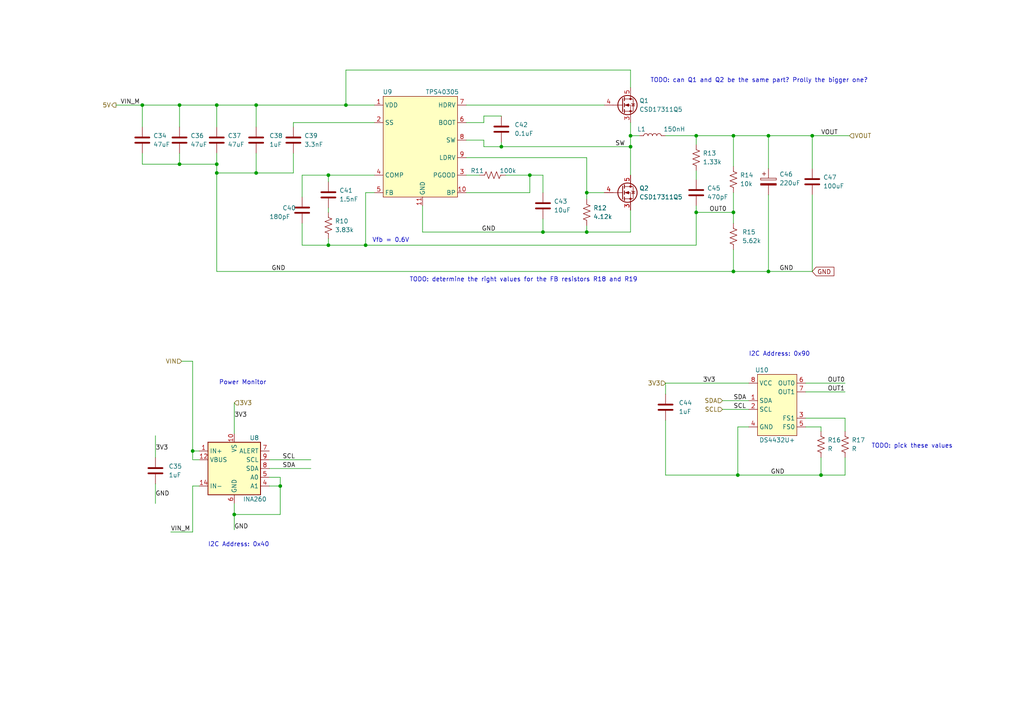
<source format=kicad_sch>
(kicad_sch (version 20211123) (generator eeschema)
  (paper "A4")
  (lib_symbols
    (symbol "Device:C" (pin_numbers hide) (pin_names (offset 0.254))
      (property "Reference" "C" (at 0.635 2.54 0))
      (property "Value" "C" (at 0.635 -2.54 0))
      (symbol "C_0_1"
        (polyline (pts (xy -2.032 -0.762) (xy 2.032 -0.762)) (stroke (width 0.508)))
        (polyline (pts (xy -2.032 0.762) (xy 2.032 0.762)) (stroke (width 0.508)))
      )
      (symbol "C_1_1"
        (pin passive line (at 0 3.81 270) (length 2.794) (name "~") (number "1"))
        (pin passive line (at 0 -3.81 90) (length 2.794) (name "~") (number "2"))
      )
    )
    (symbol "Device:C_Polarized" (pin_numbers hide) (pin_names (offset 0.254))
      (property "Reference" "C" (at 0.635 2.54 0))
      (property "Value" "C_Polarized" (at 0.635 -2.54 0))
      (symbol "C_Polarized_0_1"
        (rectangle (start -2.286 0.508) (end 2.286 1.016))
        (polyline (pts (xy -1.778 2.286) (xy -0.762 2.286)))
        (polyline (pts (xy -1.27 2.794) (xy -1.27 1.778)))
        (rectangle (start 2.286 -0.508) (end -2.286 -1.016) (fill (type outline)))
      )
      (symbol "C_Polarized_1_1"
        (pin passive line (at 0 3.81 270) (length 2.794) (name "~") (number "1"))
        (pin passive line (at 0 -3.81 90) (length 2.794) (name "~") (number "2"))
      )
    )
    (symbol "Device:L" (pin_numbers hide) (pin_names (offset 1.016) hide)
      (property "Reference" "L" (at -1.27 0 90))
      (property "Value" "L" (at 1.905 0 90))
      (symbol "L_0_1"
        (arc (start 0 -2.54) (mid 0.635 -1.905) (end 0 -1.27))
        (arc (start 0 -1.27) (mid 0.635 -0.635) (end 0 0))
        (arc (start 0 0) (mid 0.635 0.635) (end 0 1.27))
        (arc (start 0 1.27) (mid 0.635 1.905) (end 0 2.54))
      )
      (symbol "L_1_1"
        (pin passive line (at 0 3.81 270) (length 1.27) (name "1") (number "1"))
        (pin passive line (at 0 -3.81 90) (length 1.27) (name "2") (number "2"))
      )
    )
    (symbol "Device:R_US" (pin_numbers hide) (pin_names (offset 0))
      (property "Reference" "R" (at 2.54 0 90))
      (property "Value" "R_US" (at -2.54 0 90))
      (symbol "R_US_0_1"
        (polyline (pts (xy 0 -2.286) (xy 0 -2.54)))
        (polyline (pts (xy 0 2.286) (xy 0 2.54)))
        (polyline (pts (xy 0 -0.762) (xy 1.016 -1.143) (xy 0 -1.524) (xy -1.016 -1.905) (xy 0 -2.286)))
        (polyline (pts (xy 0 0.762) (xy 1.016 0.381) (xy 0 0) (xy -1.016 -0.381) (xy 0 -0.762)))
        (polyline (pts (xy 0 2.286) (xy 1.016 1.905) (xy 0 1.524) (xy -1.016 1.143) (xy 0 0.762)))
      )
      (symbol "R_US_1_1"
        (pin passive line (at 0 3.81 270) (length 1.27) (name "~") (number "1"))
        (pin passive line (at 0 -3.81 90) (length 1.27) (name "~") (number "2"))
      )
    )
    (symbol "Q_NMOS_CSD17311Q5_1" (pin_names (offset 0) hide)
      (property "Reference" "Q" (at 5.08 1.27 0))
      (property "Value" "Q_NMOS_CSD17311Q5_1" (at 5.08 -1.27 0))
      (symbol "Q_NMOS_CSD17311Q5_1_0_1"
        (polyline (pts (xy 0.254 0) (xy -2.54 0)))
        (polyline (pts (xy 0.254 1.905) (xy 0.254 -1.905)) (stroke (width 0.254)))
        (polyline (pts (xy 0.762 -1.27) (xy 0.762 -2.286)) (stroke (width 0.254)))
        (polyline (pts (xy 0.762 0.508) (xy 0.762 -0.508)) (stroke (width 0.254)))
        (polyline (pts (xy 0.762 2.286) (xy 0.762 1.27)) (stroke (width 0.254)))
        (polyline (pts (xy 2.54 2.54) (xy 2.54 1.778)))
        (polyline (pts (xy 2.54 -2.54) (xy 2.54 0) (xy 0.762 0)))
        (polyline (pts (xy 0.762 -1.778) (xy 3.302 -1.778) (xy 3.302 1.778) (xy 0.762 1.778)))
        (polyline (pts (xy 1.016 0) (xy 2.032 0.381) (xy 2.032 -0.381) (xy 1.016 0)) (fill (type outline)))
        (polyline (pts (xy 2.794 0.508) (xy 2.921 0.381) (xy 3.683 0.381) (xy 3.81 0.254)))
        (polyline (pts (xy 3.302 0.381) (xy 2.921 -0.254) (xy 3.683 -0.254) (xy 3.302 0.381)))
        (circle (center 1.651 0) (radius 2.794) (stroke (width 0.254)))
        (circle (center 2.54 -1.778) (radius 0.254) (fill (type outline)))
        (circle (center 2.54 1.778) (radius 0.254) (fill (type outline)))
      )
      (symbol "Q_NMOS_CSD17311Q5_1_1_1"
        (pin passive line (at 2.54 -5.08 90) (length 2.54) hide (name "") (number "1"))
        (pin passive line (at 2.54 -5.08 90) (length 2.54) hide (name "") (number "2"))
        (pin passive line (at 2.54 -5.08 90) (length 2.54) (name "S") (number "3"))
        (pin input line (at -5.08 0 0) (length 2.54) (name "G") (number "4"))
        (pin passive line (at 2.54 5.08 270) (length 2.54) (name "D") (number "5"))
      )
    )
    (symbol "Sensor:INA260"
      (property "Reference" "U" (at -6.35 8.89 0))
      (property "Value" "INA260" (at 2.54 8.89 0))
      (symbol "INA260_0_1"
        (rectangle (start -7.62 7.62) (end 7.62 -7.62) (stroke (width 0.254)) (fill (type background)))
      )
      (symbol "INA260_1_1"
        (pin passive line (at -10.16 5.08 0) (length 2.54) (name "IN+") (number "1"))
        (pin power_in line (at 0 10.16 270) (length 2.54) (name "VS") (number "10"))
        (pin passive line (at 0 -10.16 90) (length 2.54) hide (name "GND") (number "11"))
        (pin passive line (at -10.16 2.54 0) (length 2.54) (name "VBUS") (number "12"))
        (pin no_connect line (at 2.54 -7.62 90) (length 2.54) hide (name "NC") (number "13"))
        (pin passive line (at -10.16 -5.08 0) (length 2.54) (name "IN-") (number "14"))
        (pin passive line (at -10.16 -5.08 0) (length 2.54) hide (name "IN-") (number "15"))
        (pin passive line (at -10.16 -5.08 0) (length 2.54) hide (name "IN-") (number "16"))
        (pin passive line (at -10.16 5.08 0) (length 2.54) hide (name "IN+") (number "2"))
        (pin passive line (at -10.16 5.08 0) (length 2.54) hide (name "IN+") (number "3"))
        (pin input line (at 10.16 -5.08 180) (length 2.54) (name "A1") (number "4"))
        (pin input line (at 10.16 -2.54 180) (length 2.54) (name "A0") (number "5"))
        (pin power_in line (at 0 -10.16 90) (length 2.54) (name "GND") (number "6"))
        (pin open_collector line (at 10.16 5.08 180) (length 2.54) (name "ALERT") (number "7"))
        (pin bidirectional line (at 10.16 0 180) (length 2.54) (name "SDA") (number "8"))
        (pin input line (at 10.16 2.54 180) (length 2.54) (name "SCL") (number "9"))
      )
    )
    (symbol "TPS40305:DS4432U+"
      (property "Reference" "U" (at 3.81 10.16 0))
      (property "Value" "DS4432U+" (at -1.27 -10.16 0))
      (symbol "DS4432U+_0_1"
        (rectangle (start -6.35 8.89) (end 5.08 -8.89) (stroke (width 0.1524)) (fill (type background)))
      )
      (symbol "DS4432U+_1_1"
        (pin input line (at -8.89 1.27 0) (length 2.54) (name "SDA") (number "1"))
        (pin input line (at -8.89 -1.27 0) (length 2.54) (name "SCL") (number "2"))
        (pin input line (at 7.62 -3.81 180) (length 2.54) (name "FS1") (number "3"))
        (pin power_in line (at -8.89 -6.35 0) (length 2.54) (name "GND") (number "4"))
        (pin input line (at 7.62 -6.35 180) (length 2.54) (name "FS0") (number "5"))
        (pin output line (at 7.62 6.35 180) (length 2.54) (name "OUT0") (number "6"))
        (pin output line (at 7.62 3.81 180) (length 2.54) (name "OUT1") (number "7"))
        (pin power_in line (at -8.89 6.35 0) (length 2.54) (name "VCC") (number "8"))
      )
    )
    (symbol "TPS40305:TPS40305"
      (property "Reference" "U" (at 10.16 16.51 0))
      (property "Value" "TPS40305" (at -7.62 16.51 0))
      (symbol "TPS40305_0_1"
        (rectangle (start -11.43 15.24) (end 10.16 -13.97) (stroke (width 0.1524)) (fill (type background)))
      )
      (symbol "TPS40305_1_1"
        (pin input line (at -13.97 12.7 0) (length 2.54) (name "VDD") (number "1"))
        (pin input line (at 12.7 -12.7 180) (length 2.54) (name "BP") (number "10"))
        (pin input line (at 0 -16.51 90) (length 2.54) (name "GND") (number "11"))
        (pin input line (at -13.97 7.62 0) (length 2.54) (name "SS") (number "2"))
        (pin input line (at 12.7 -7.62 180) (length 2.54) (name "PGOOD") (number "3"))
        (pin input line (at -13.97 -7.62 0) (length 2.54) (name "COMP") (number "4"))
        (pin input line (at -13.97 -12.7 0) (length 2.54) (name "FB") (number "5"))
        (pin input line (at 12.7 7.62 180) (length 2.54) (name "BOOT") (number "6"))
        (pin input line (at 12.7 12.7 180) (length 2.54) (name "HDRV") (number "7"))
        (pin input line (at 12.7 2.54 180) (length 2.54) (name "SW") (number "8"))
        (pin input line (at 12.7 -2.54 180) (length 2.54) (name "LDRV") (number "9"))
      )
    )
  )
  (junction (at 62.865 50.165))
  (junction (at 201.93 61.595))
  (junction (at 62.865 47.625))
  (junction (at 238.125 137.795))
  (junction (at 153.67 50.8))
  (junction (at 213.995 137.795))
  (junction (at 41.275 30.48))
  (junction (at 145.415 42.545))
  (junction (at 182.88 42.545))
  (junction (at 212.725 78.74))
  (junction (at 95.25 50.8))
  (junction (at 182.88 39.37))
  (junction (at 170.18 55.88))
  (junction (at 222.885 78.74))
  (junction (at 212.725 39.37))
  (junction (at 52.07 47.625))
  (junction (at 74.295 30.48))
  (junction (at 100.33 30.48))
  (junction (at 106.045 71.12))
  (junction (at 67.945 149.225))
  (junction (at 52.07 30.48))
  (junction (at 222.885 39.37))
  (junction (at 212.725 61.595))
  (junction (at 81.28 140.97))
  (junction (at 157.48 67.31))
  (junction (at 62.865 30.48))
  (junction (at 74.295 50.165))
  (junction (at 235.585 39.37))
  (junction (at 55.88 130.81))
  (junction (at 201.93 39.37))
  (junction (at 95.25 71.12))
  (junction (at 170.18 67.31))
  (wire (pts (xy 245.11 137.795) (xy 238.125 137.795)))
  (wire (pts (xy 235.585 39.37) (xy 222.885 39.37)))
  (wire (pts (xy 193.04 111.125) (xy 217.17 111.125)))
  (wire (pts (xy 157.48 63.5) (xy 157.48 67.31)))
  (wire (pts (xy 41.275 30.48) (xy 52.07 30.48)))
  (wire (pts (xy 108.585 50.8) (xy 95.25 50.8)))
  (wire (pts (xy 182.88 35.56) (xy 182.88 39.37)))
  (wire (pts (xy 235.585 48.895) (xy 235.585 39.37)))
  (wire (pts (xy 170.18 55.88) (xy 175.26 55.88)))
  (wire (pts (xy 67.945 116.84) (xy 67.945 125.73)))
  (wire (pts (xy 95.25 60.325) (xy 95.25 61.595)))
  (wire (pts (xy 74.295 44.45) (xy 74.295 50.165)))
  (wire (pts (xy 212.725 55.88) (xy 212.725 61.595)))
  (wire (pts (xy 170.18 45.72) (xy 170.18 55.88)))
  (wire (pts (xy 55.88 130.81) (xy 55.88 104.775)))
  (wire (pts (xy 52.07 44.45) (xy 52.07 47.625)))
  (wire (pts (xy 170.18 67.31) (xy 170.18 65.405)))
  (wire (pts (xy 233.68 113.665) (xy 245.11 113.665)))
  (wire (pts (xy 85.09 44.45) (xy 85.09 50.165)))
  (wire (pts (xy 245.11 132.715) (xy 245.11 137.795)))
  (wire (pts (xy 182.88 20.32) (xy 100.33 20.32)))
  (wire (pts (xy 193.04 114.3) (xy 193.04 111.125)))
  (wire (pts (xy 201.93 39.37) (xy 201.93 41.91)))
  (wire (pts (xy 57.785 133.35) (xy 55.88 133.35)))
  (wire (pts (xy 52.07 47.625) (xy 62.865 47.625)))
  (wire (pts (xy 235.585 39.37) (xy 246.38 39.37)))
  (wire (pts (xy 55.88 140.97) (xy 55.88 154.305)))
  (wire (pts (xy 87.63 71.12) (xy 87.63 64.77)))
  (wire (pts (xy 87.63 50.8) (xy 87.63 57.15)))
  (wire (pts (xy 49.53 154.305) (xy 55.88 154.305)))
  (wire (pts (xy 209.55 116.205) (xy 217.17 116.205)))
  (wire (pts (xy 62.865 50.165) (xy 74.295 50.165)))
  (wire (pts (xy 78.105 138.43) (xy 81.28 138.43)))
  (wire (pts (xy 122.555 67.31) (xy 157.48 67.31)))
  (wire (pts (xy 81.28 149.225) (xy 67.945 149.225)))
  (wire (pts (xy 213.995 123.825) (xy 217.17 123.825)))
  (wire (pts (xy 62.865 78.74) (xy 212.725 78.74)))
  (wire (pts (xy 201.93 49.53) (xy 201.93 52.07)))
  (wire (pts (xy 57.785 130.81) (xy 55.88 130.81)))
  (wire (pts (xy 74.295 30.48) (xy 74.295 36.83)))
  (wire (pts (xy 95.25 69.215) (xy 95.25 71.12)))
  (wire (pts (xy 233.68 121.285) (xy 245.11 121.285)))
  (wire (pts (xy 212.725 72.39) (xy 212.725 78.74)))
  (wire (pts (xy 157.48 67.31) (xy 170.18 67.31)))
  (wire (pts (xy 238.125 132.715) (xy 238.125 137.795)))
  (wire (pts (xy 153.67 55.88) (xy 153.67 50.8)))
  (wire (pts (xy 222.885 39.37) (xy 222.885 48.895)))
  (wire (pts (xy 212.725 61.595) (xy 212.725 64.77)))
  (wire (pts (xy 140.335 40.64) (xy 140.335 42.545)))
  (wire (pts (xy 182.88 60.96) (xy 182.88 67.31)))
  (wire (pts (xy 81.28 138.43) (xy 81.28 140.97)))
  (wire (pts (xy 135.255 45.72) (xy 170.18 45.72)))
  (wire (pts (xy 135.255 40.64) (xy 140.335 40.64)))
  (wire (pts (xy 41.275 47.625) (xy 52.07 47.625)))
  (wire (pts (xy 233.68 111.125) (xy 245.11 111.125)))
  (wire (pts (xy 135.255 55.88) (xy 153.67 55.88)))
  (wire (pts (xy 41.275 36.83) (xy 41.275 30.48)))
  (wire (pts (xy 222.885 56.515) (xy 222.885 78.74)))
  (wire (pts (xy 62.865 30.48) (xy 62.865 36.83)))
  (wire (pts (xy 146.685 50.8) (xy 153.67 50.8)))
  (wire (pts (xy 52.07 30.48) (xy 62.865 30.48)))
  (wire (pts (xy 213.995 137.795) (xy 213.995 123.825)))
  (wire (pts (xy 45.085 140.335) (xy 45.085 146.05)))
  (wire (pts (xy 140.335 42.545) (xy 145.415 42.545)))
  (wire (pts (xy 222.885 39.37) (xy 212.725 39.37)))
  (wire (pts (xy 100.33 20.32) (xy 100.33 30.48)))
  (wire (pts (xy 182.88 67.31) (xy 170.18 67.31)))
  (wire (pts (xy 67.945 149.225) (xy 67.945 153.67)))
  (wire (pts (xy 233.68 123.825) (xy 238.125 123.825)))
  (wire (pts (xy 170.18 55.88) (xy 170.18 57.785)))
  (wire (pts (xy 182.88 42.545) (xy 182.88 50.8)))
  (wire (pts (xy 95.25 71.12) (xy 87.63 71.12)))
  (wire (pts (xy 62.865 30.48) (xy 74.295 30.48)))
  (wire (pts (xy 222.885 78.74) (xy 235.585 78.74)))
  (wire (pts (xy 193.04 137.795) (xy 213.995 137.795)))
  (wire (pts (xy 78.105 140.97) (xy 81.28 140.97)))
  (wire (pts (xy 67.945 146.05) (xy 67.945 149.225)))
  (wire (pts (xy 135.255 50.8) (xy 139.065 50.8)))
  (wire (pts (xy 106.045 71.12) (xy 95.25 71.12)))
  (wire (pts (xy 157.48 50.8) (xy 157.48 55.88)))
  (wire (pts (xy 52.07 30.48) (xy 52.07 36.83)))
  (wire (pts (xy 62.865 47.625) (xy 62.865 50.165)))
  (wire (pts (xy 145.415 42.545) (xy 182.88 42.545)))
  (wire (pts (xy 182.88 25.4) (xy 182.88 20.32)))
  (wire (pts (xy 62.865 50.165) (xy 62.865 78.74)))
  (wire (pts (xy 245.11 121.285) (xy 245.11 125.095)))
  (wire (pts (xy 41.275 44.45) (xy 41.275 47.625)))
  (wire (pts (xy 62.865 44.45) (xy 62.865 47.625)))
  (wire (pts (xy 122.555 59.69) (xy 122.555 67.31)))
  (wire (pts (xy 212.725 78.74) (xy 222.885 78.74)))
  (wire (pts (xy 193.04 39.37) (xy 201.93 39.37)))
  (wire (pts (xy 209.55 118.745) (xy 217.17 118.745)))
  (wire (pts (xy 108.585 55.88) (xy 106.045 55.88)))
  (wire (pts (xy 108.585 35.56) (xy 85.09 35.56)))
  (wire (pts (xy 57.785 140.97) (xy 55.88 140.97)))
  (wire (pts (xy 201.93 39.37) (xy 212.725 39.37)))
  (wire (pts (xy 153.67 50.8) (xy 157.48 50.8)))
  (wire (pts (xy 140.335 35.56) (xy 140.335 33.655)))
  (wire (pts (xy 201.93 59.69) (xy 201.93 61.595)))
  (wire (pts (xy 235.585 56.515) (xy 235.585 78.74)))
  (wire (pts (xy 201.93 71.12) (xy 106.045 71.12)))
  (wire (pts (xy 95.25 50.8) (xy 87.63 50.8)))
  (wire (pts (xy 74.295 30.48) (xy 100.33 30.48)))
  (wire (pts (xy 140.335 33.655) (xy 145.415 33.655)))
  (wire (pts (xy 145.415 41.275) (xy 145.415 42.545)))
  (wire (pts (xy 45.085 126.365) (xy 45.085 132.715)))
  (wire (pts (xy 135.255 30.48) (xy 175.26 30.48)))
  (wire (pts (xy 55.88 133.35) (xy 55.88 130.81)))
  (wire (pts (xy 100.33 30.48) (xy 108.585 30.48)))
  (wire (pts (xy 85.09 35.56) (xy 85.09 36.83)))
  (wire (pts (xy 212.725 39.37) (xy 212.725 48.26)))
  (wire (pts (xy 182.88 39.37) (xy 185.42 39.37)))
  (wire (pts (xy 238.125 123.825) (xy 238.125 125.095)))
  (wire (pts (xy 201.93 61.595) (xy 201.93 71.12)))
  (wire (pts (xy 135.255 35.56) (xy 140.335 35.56)))
  (wire (pts (xy 78.105 133.35) (xy 90.17 133.35)))
  (wire (pts (xy 81.28 140.97) (xy 81.28 149.225)))
  (wire (pts (xy 106.045 55.88) (xy 106.045 71.12)))
  (wire (pts (xy 182.88 39.37) (xy 182.88 42.545)))
  (wire (pts (xy 238.125 137.795) (xy 213.995 137.795)))
  (wire (pts (xy 193.04 121.92) (xy 193.04 137.795)))
  (wire (pts (xy 52.705 104.775) (xy 55.88 104.775)))
  (wire (pts (xy 33.655 30.48) (xy 41.275 30.48)))
  (wire (pts (xy 78.105 135.89) (xy 90.17 135.89)))
  (wire (pts (xy 74.295 50.165) (xy 85.09 50.165)))
  (wire (pts (xy 201.93 61.595) (xy 212.725 61.595)))
  (wire (pts (xy 95.25 50.8) (xy 95.25 52.705)))
  (text "I2C Address: 0x90" (at 217.17 103.505 0) (effects (font (size 1.27 1.27)) (justify left bottom)))
  (text "Power Monitor" (at 63.5 111.76 0) (effects (font (size 1.27 1.27)) (justify left bottom)))
  (text "TODO: determine the right values for the FB resistors R18 and R19" (at 118.745 81.915 0) (effects (font (size 1.27 1.27)) (justify left bottom)))
  (text "TODO: pick these values" (at 252.73 130.175 0) (effects (font (size 1.27 1.27)) (justify left bottom)))
  (text "I2C Address: 0x40" (at 60.325 158.75 0) (effects (font (size 1.27 1.27)) (justify left bottom)))
  (text "Vfb = 0.6V" (at 107.95 70.485 0) (effects (font (size 1.27 1.27)) (justify left bottom)))
  (text "TODO: can Q1 and Q2 be the same part? Prolly the bigger one?" (at 188.595 24.13 0) (effects (font (size 1.27 1.27)) (justify left bottom)))
  (label "3V3" (at 203.835 111.125 0))
  (label "SDA" (at 212.725 116.205 0))
  (label "VIN_M" (at 34.925 30.48 0))
  (label "GND" (at 226.06 78.74 0))
  (label "VIN_M" (at 49.53 154.305 0))
  (label "GND" (at 78.74 78.74 0))
  (label "GND" (at 67.945 153.67 0))
  (label "3V3" (at 67.945 121.285 0))
  (label "GND" (at 45.085 144.145 0))
  (label "SCL" (at 81.915 133.35 0))
  (label "VOUT" (at 238.125 39.37 0))
  (label "3V3" (at 45.085 130.81 0))
  (label "OUT1" (at 240.03 113.665 0))
  (label "SCL" (at 212.725 118.745 0))
  (label "SDA" (at 81.915 135.89 0))
  (label "OUT0" (at 205.74 61.595 0))
  (label "OUT0" (at 240.03 111.125 0))
  (label "GND" (at 223.52 137.795 0))
  (label "SW" (at 178.435 42.545 0))
  (label "GND" (at 139.7 67.31 0))
  (global_label "GND" (shape input) (at 235.585 78.74 0) (property "Intersheet References" "${INTERSHEET_REFS}" (effects hide)))
  (hierarchical_label "SDA" (shape input) (at 209.55 116.205 180))
  (hierarchical_label "5V" (shape output) (at 33.655 30.48 180))
  (hierarchical_label "SCL" (shape input) (at 209.55 118.745 180))
  (hierarchical_label "3V3" (shape input) (at 67.945 116.84 0))
  (hierarchical_label "VOUT" (shape input) (at 246.38 39.37 0))
  (hierarchical_label "VIN" (shape input) (at 52.705 104.775 180))
  (hierarchical_label "3V3" (shape input) (at 193.04 111.125 180))
  (symbol (lib_id "Device:C") (at 157.48 59.69 0) (unit 1)
    (property "Reference" "C43" (at 160.655 58.4199 0) (effects (justify left)))
    (property "Value" "10uF" (at 160.655 60.9599 0) (effects (justify left)))
    (property "Footprint" "Capacitor_SMD:C_0805_2012Metric" (effects hide))
    (property "DK" "1276-1096-1-ND" (effects hide))
  )
  (symbol (lib_id "Device:R_US") (at 212.725 52.07 0) (unit 1)
    (property "Reference" "R14" (at 214.63 50.7999 0) (effects (justify left)))
    (property "Value" "10k" (at 214.63 53.3399 0) (effects (justify left)))
    (property "Footprint" "Resistor_SMD:R_0402_1005Metric" (effects hide))
    (property "DK" "311-10KJRCT-ND" (effects hide))
  )
  (symbol (lib_id "Device:C") (at 62.865 40.64 0) (unit 1)
    (property "Reference" "C37" (at 66.04 39.3699 0) (effects (justify left)))
    (property "Value" "47uF" (at 66.04 41.9099 0) (effects (justify left)))
    (property "Footprint" "Capacitor_SMD:C_1210_3225Metric" (effects hide))
    (property "DK" "490-6539-1-ND" (effects hide))
    (property "PARTNO" "GRM32ER61C476KE15L" (effects hide))
  )
  (symbol (lib_id "Device:C_Polarized") (at 222.885 52.705 0) (unit 1)
    (property "Reference" "C46" (at 226.06 50.5459 0) (effects (justify left)))
    (property "Value" "220uF" (at 226.06 53.0859 0) (effects (justify left)))
    (property "Footprint" "TPS40305_supply:CAP_2R5TPE220MAFB" (effects hide))
    (property "Datasheet" "https://media.digikey.com/pdf/Data%20Sheets/Panasonic%20Capacitors%20PDFs/TPE_Series_POSCAP_Rev02_Oct_2017.pdf" (effects hide))
    (property "PARTNO" "2R5TPE220MAFB" (effects hide))
    (property "DK" "P16200CT-ND" (effects hide))
  )
  (symbol (lib_id "TPS40305:TPS40305") (at 122.555 43.18 0) (unit 1)
    (property "Reference" "U9" (at 112.395 26.67 0))
    (property "Value" "TPS40305" (at 128.27 26.67 0))
    (property "Footprint" "TPS40305_supply:TPS40305" (effects hide))
    (property "Datasheet" "https://www.ti.com/lit/ds/symlink/tps40303.pdf" (effects hide))
    (property "DK" "296-37445-1-ND" (effects hide))
    (property "PARTNO" "TPS40305DRCR" (effects hide))
  )
  (symbol (lib_id "Sensor:INA260") (at 67.945 135.89 0) (unit 1)
    (property "Reference" "U8" (at 72.39 127 0) (effects (justify left)))
    (property "Value" "INA260" (at 70.485 144.78 0) (effects (justify left)))
    (property "Footprint" "Package_SO:TSSOP-16_4.4x5mm_P0.65mm" (effects hide))
    (property "Datasheet" "http://www.ti.com/lit/ds/symlink/ina260.pdf" (effects hide))
    (property "PARTNO" "INA260AIPWR" (effects hide))
  )
  (symbol (lib_id "Device:C") (at 41.275 40.64 0) (unit 1)
    (property "Reference" "C34" (at 44.45 39.3699 0) (effects (justify left)))
    (property "Value" "47uF" (at 44.45 41.9099 0) (effects (justify left)))
    (property "Footprint" "Capacitor_SMD:C_1210_3225Metric" (effects hide))
    (property "DK" "490-6539-1-ND" (effects hide))
    (property "PARTNO" "GRM32ER61C476KE15L" (effects hide))
  )
  (symbol (lib_name "Q_NMOS_CSD17311Q5_1") (lib_id "TPS40305:Q_NMOS_CSD17311Q5") (at 180.34 55.88 0) (unit 1)
    (property "Reference" "Q2" (at 185.42 54.61 0) (effects (justify left)))
    (property "Value" "CSD17311Q5" (at 185.42 57.15 0) (effects (justify left)))
    (property "Footprint" "TPS40305_supply:CSD17311Q5" (effects hide))
    (property "Datasheet" "https://www.ti.com/lit/ds/symlink/csd17311q5.pdf" (effects hide))
    (property "DK" "296-27625-1-ND" (effects hide))
    (property "PARTNO" "CSD17311Q5" (effects hide))
  )
  (symbol (lib_id "Device:C") (at 85.09 40.64 0) (unit 1)
    (property "Reference" "C39" (at 88.265 39.3699 0) (effects (justify left)))
    (property "Value" "3.3nF" (at 88.265 41.9099 0) (effects (justify left)))
    (property "Footprint" "Capacitor_SMD:C_0402_1005Metric" (effects hide))
    (property "DK" "1276-1552-1-ND" (effects hide))
  )
  (symbol (lib_id "Device:C") (at 52.07 40.64 0) (unit 1)
    (property "Reference" "C36" (at 55.245 39.3699 0) (effects (justify left)))
    (property "Value" "47uF" (at 55.245 41.9099 0) (effects (justify left)))
    (property "Footprint" "Capacitor_SMD:C_1210_3225Metric" (effects hide))
    (property "DK" "490-6539-1-ND" (effects hide))
    (property "PARTNO" "GRM32ER61C476KE15L" (effects hide))
  )
  (symbol (lib_id "Device:C") (at 74.295 40.64 0) (unit 1)
    (property "Reference" "C38" (at 78.105 39.3699 0) (effects (justify left)))
    (property "Value" "1uF" (at 78.105 41.9099 0) (effects (justify left)))
    (property "Footprint" "Capacitor_SMD:C_0805_2012Metric" (effects hide))
    (property "DK" "1276-6471-1-ND" (effects hide))
  )
  (symbol (lib_id "TPS40305:DS4432U+") (at 226.06 117.475 0) (unit 1)
    (property "Reference" "U10" (at 220.98 107.315 0))
    (property "Value" "DS4432U+" (at 225.425 127.635 0))
    (property "Footprint" "Package_SO:TSSOP-8_3x3mm_P0.65mm" (effects hide))
    (property "Datasheet" "https://datasheets.maximintegrated.com/en/ds/DS4432.pdf" (effects hide))
    (property "DK" "DS4432U+-ND" (effects hide))
    (property "PARTNO" "DS4432U+" (effects hide))
  )
  (symbol (lib_id "Device:C") (at 235.585 52.705 0) (unit 1)
    (property "Reference" "C47" (at 238.76 51.4349 0) (effects (justify left)))
    (property "Value" "100uF" (at 238.76 53.9749 0) (effects (justify left)))
    (property "Footprint" "Capacitor_SMD:C_1206_3216Metric" (effects hide))
    (property "PARTNO" "C3216X5R0J107M160AB" (effects hide))
    (property "DK" "445-6008-1-ND" (effects hide))
  )
  (symbol (lib_id "Device:C") (at 95.25 56.515 0) (unit 1)
    (property "Reference" "C41" (at 98.425 55.2449 0) (effects (justify left)))
    (property "Value" "1.5nF" (at 98.425 57.7849 0) (effects (justify left)))
    (property "Footprint" "Capacitor_SMD:C_0805_2012Metric" (effects hide))
    (property "DK" "311-1128-1-ND" (effects hide))
  )
  (symbol (lib_id "Device:R_US") (at 212.725 68.58 0) (unit 1)
    (property "Reference" "R15" (at 215.265 67.3099 0) (effects (justify left)))
    (property "Value" "5.62k" (at 215.265 69.8499 0) (effects (justify left)))
    (property "Footprint" "Resistor_SMD:R_0402_1005Metric" (effects hide))
    (property "DK" "RMCF0402FT5K62CT-ND" (effects hide))
  )
  (symbol (lib_id "Device:R_US") (at 142.875 50.8 90) (unit 1)
    (property "Reference" "R11" (at 138.43 49.53 90))
    (property "Value" "100k" (at 147.32 49.53 90))
    (property "Footprint" "Resistor_SMD:R_0402_1005Metric" (effects hide))
    (property "DK" "311-100KJRCT-ND" (effects hide))
  )
  (symbol (lib_id "Device:C") (at 145.415 37.465 0) (unit 1)
    (property "Reference" "C42" (at 149.225 36.1949 0) (effects (justify left)))
    (property "Value" "0.1uF" (at 149.225 38.7349 0) (effects (justify left)))
    (property "Footprint" "Capacitor_SMD:C_0402_1005Metric" (effects hide))
    (property "DK" "1276-1043-1-ND" (effects hide))
  )
  (symbol (lib_id "Device:R_US") (at 238.125 128.905 0) (unit 1)
    (property "Reference" "R16" (at 240.03 127.6349 0) (effects (justify left)))
    (property "Value" "R" (at 240.03 130.1749 0) (effects (justify left)))
    (property "Footprint" "Resistor_SMD:R_0402_1005Metric" (effects hide))
  )
  (symbol (lib_id "Device:C") (at 193.04 118.11 0) (unit 1)
    (property "Reference" "C44" (at 196.85 116.8399 0) (effects (justify left)))
    (property "Value" "1uF" (at 196.85 119.3799 0) (effects (justify left)))
    (property "Footprint" "Capacitor_SMD:C_0402_1005Metric" (effects hide))
    (property "DK" "1276-6471-1-ND" (effects hide))
  )
  (symbol (lib_id "Device:R_US") (at 201.93 45.72 0) (unit 1)
    (property "Reference" "R13" (at 203.835 44.4499 0) (effects (justify left)))
    (property "Value" "1.33k" (at 203.835 46.9899 0) (effects (justify left)))
    (property "Footprint" "Resistor_SMD:R_0402_1005Metric" (effects hide))
    (property "DK" "311-1.33KLRCT-ND" (effects hide))
  )
  (symbol (lib_id "Device:R_US") (at 95.25 65.405 0) (unit 1)
    (property "Reference" "R10" (at 97.155 64.1349 0) (effects (justify left)))
    (property "Value" "3.83k" (at 97.155 66.6749 0) (effects (justify left)))
    (property "Footprint" "Resistor_SMD:R_0402_1005Metric" (effects hide))
    (property "DK" "311-3.83KLRCT-ND" (effects hide))
  )
  (symbol (lib_name "Q_NMOS_CSD17311Q5_1") (lib_id "TPS40305:Q_NMOS_CSD17311Q5") (at 180.34 30.48 0) (unit 1)
    (property "Reference" "Q1" (at 185.42 29.21 0) (effects (justify left)))
    (property "Value" "CSD17311Q5" (at 185.42 31.75 0) (effects (justify left)))
    (property "Footprint" "TPS40305_supply:CSD17311Q5" (effects hide))
    (property "Datasheet" "https://www.ti.com/lit/ds/symlink/csd17311q5.pdf" (effects hide))
    (property "DK" "296-27625-1-ND" (effects hide))
    (property "PARTNO" "CSD17311Q5" (effects hide))
  )
  (symbol (lib_id "Device:C") (at 201.93 55.88 0) (unit 1)
    (property "Reference" "C45" (at 205.105 54.6099 0) (effects (justify left)))
    (property "Value" "470pF" (at 205.105 57.1499 0) (effects (justify left)))
    (property "Footprint" "Capacitor_SMD:C_0805_2012Metric" (effects hide))
    (property "DK" "1292-1580-1-ND" (effects hide))
  )
  (symbol (lib_id "Device:L") (at 189.23 39.37 90) (unit 1)
    (property "Reference" "L1" (at 186.055 37.465 90))
    (property "Value" "150nH" (at 195.58 37.465 90))
    (property "Footprint" "TPS40305_supply:FP1005R1-R15-R" (effects hide))
    (property "Datasheet" "https://www.eaton.com/content/dam/eaton/products/electronic-components/resources/data-sheet/eaton-fp1005r-high-current-power-inductors-data-sheet.pdf" (effects hide))
    (property "PARTNO" "FP1005R1-R15-R" (effects hide))
    (property "DK" "513-1568-1-ND" (effects hide))
  )
  (symbol (lib_id "Device:R_US") (at 245.11 128.905 0) (unit 1)
    (property "Reference" "R17" (at 247.015 127.6349 0) (effects (justify left)))
    (property "Value" "R" (at 247.015 130.1749 0) (effects (justify left)))
    (property "Footprint" "Resistor_SMD:R_0402_1005Metric" (effects hide))
  )
  (symbol (lib_id "Device:R_US") (at 170.18 61.595 0) (unit 1)
    (property "Reference" "R12" (at 172.085 60.3249 0) (effects (justify left)))
    (property "Value" "4.12k" (at 172.085 62.8649 0) (effects (justify left)))
    (property "Footprint" "Resistor_SMD:R_0402_1005Metric" (effects hide))
    (property "DK" "RMCF0402FT4K12CT-ND" (effects hide))
  )
  (symbol (lib_id "Device:C") (at 45.085 136.525 0) (unit 1)
    (property "Reference" "C35" (at 48.895 135.2549 0) (effects (justify left)))
    (property "Value" "1uF" (at 48.895 137.7949 0) (effects (justify left)))
    (property "Footprint" "Capacitor_SMD:C_0402_1005Metric" (effects hide))
    (property "DK" "1276-6471-1-ND" (effects hide))
  )
  (symbol (lib_id "Device:C") (at 87.63 60.96 0) (unit 1)
    (property "Reference" "C40" (at 81.915 60.325 0) (effects (justify left)))
    (property "Value" "180pF" (at 78.105 62.865 0) (effects (justify left)))
    (property "Footprint" "Capacitor_SMD:C_0805_2012Metric" (effects hide))
    (property "DK" "311-1114-1-ND" (effects hide))
  )
)
</source>
